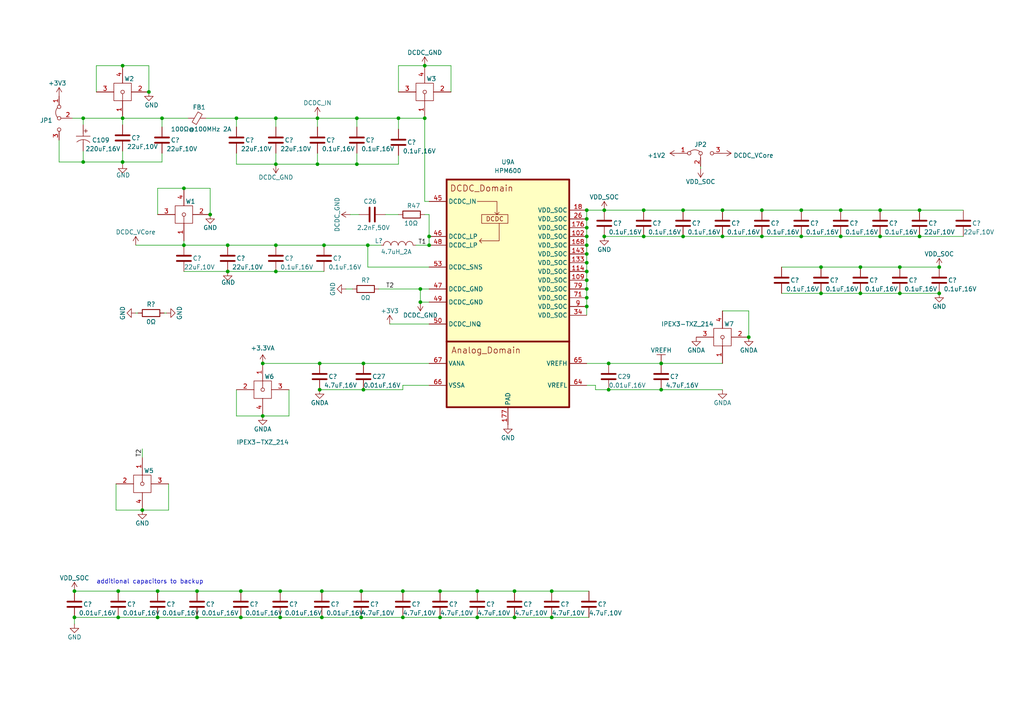
<source format=kicad_sch>
(kicad_sch (version 20230121) (generator eeschema)
  (paper "A4")
  (title_block (title "HPM6P00EVKRevB") (date "2024-10-13") (rev "RevB") (comment 1 "MCU_POWER"))
  (junction (at 53.34 71.12))
  (junction (at 92.71 113.03))
  (junction (at 170.18 73.66))
  (junction (at 170.18 66.04))
  (junction (at 103.505 34.29))
  (junction (at 45.72 179.07))
  (junction (at 69.85 171.45))
  (junction (at 35.56 19.05))
  (junction (at 170.18 71.12))
  (junction (at 170.18 86.36))
  (junction (at 170.18 76.2))
  (junction (at 115.57 34.29))
  (junction (at 266.7 60.96))
  (junction (at 170.18 83.82))
  (junction (at 209.55 60.96))
  (junction (at 191.77 113.03))
  (junction (at 243.84 60.96))
  (junction (at 41.275 147.955))
  (junction (at 80.01 71.12))
  (junction (at 92.075 34.29))
  (junction (at 43.18 26.67))
  (junction (at 160.02 171.45))
  (junction (at 24.13 46.99))
  (junction (at 123.19 19.05))
  (junction (at 170.18 88.9))
  (junction (at 93.345 171.45))
  (junction (at 53.34 54.61))
  (junction (at 35.56 34.29))
  (junction (at 238.125 85.09))
  (junction (at 76.2 120.65))
  (junction (at 92.075 47.625))
  (junction (at 127.635 171.45))
  (junction (at 81.28 171.45))
  (junction (at 191.77 105.41))
  (junction (at 249.555 85.09))
  (junction (at 198.12 60.96))
  (junction (at 149.225 171.45))
  (junction (at 170.18 63.5))
  (junction (at 243.84 68.58))
  (junction (at 217.17 97.79))
  (junction (at 35.56 46.99))
  (junction (at 21.59 179.07))
  (junction (at 124.46 68.58))
  (junction (at 76.2 105.41))
  (junction (at 105.41 113.03))
  (junction (at 170.18 78.74))
  (junction (at 220.98 60.96))
  (junction (at 127.635 179.07))
  (junction (at 272.415 85.09))
  (junction (at 175.26 68.58))
  (junction (at 121.92 83.82))
  (junction (at 93.345 179.07))
  (junction (at 34.29 171.45))
  (junction (at 176.53 105.41))
  (junction (at 272.415 77.47))
  (junction (at 57.15 171.45))
  (junction (at 106.68 71.12))
  (junction (at 116.84 171.45))
  (junction (at 80.01 34.29))
  (junction (at 68.58 34.29))
  (junction (at 160.02 179.07))
  (junction (at 124.46 71.12))
  (junction (at 232.41 68.58))
  (junction (at 266.7 68.58))
  (junction (at 220.98 68.58))
  (junction (at 149.225 179.07))
  (junction (at 123.19 34.29))
  (junction (at 57.15 179.07))
  (junction (at 170.18 68.58))
  (junction (at 34.29 179.07))
  (junction (at 175.26 60.96))
  (junction (at 170.18 60.96))
  (junction (at 170.18 81.28))
  (junction (at 198.12 68.58))
  (junction (at 93.98 71.12))
  (junction (at 249.555 77.47))
  (junction (at 176.53 113.03))
  (junction (at 186.69 60.96))
  (junction (at 104.775 179.07))
  (junction (at 116.84 179.07))
  (junction (at 238.125 77.47))
  (junction (at 105.41 105.41))
  (junction (at 138.43 179.07))
  (junction (at 45.72 171.45))
  (junction (at 66.04 71.12))
  (junction (at 255.27 68.58))
  (junction (at 24.13 34.29))
  (junction (at 209.55 68.58))
  (junction (at 80.01 47.625))
  (junction (at 121.92 87.63))
  (junction (at 60.96 62.23))
  (junction (at 232.41 60.96))
  (junction (at 138.43 171.45))
  (junction (at 260.985 85.09))
  (junction (at 46.99 34.29))
  (junction (at 260.985 77.47))
  (junction (at 103.505 47.625))
  (junction (at 21.59 171.45))
  (junction (at 186.69 68.58))
  (junction (at 69.85 179.07))
  (junction (at 255.27 60.96))
  (junction (at 104.775 171.45))
  (junction (at 80.01 78.74))
  (junction (at 92.71 105.41))
  (junction (at 81.28 179.07))
  (junction (at 66.04 78.74))
  (wire (pts (xy 266.7 68.58) (xy 279.4 68.58)))
  (wire (pts (xy 68.58 113.03) (xy 68.58 120.65)))
  (wire (pts (xy 170.18 71.12) (xy 170.18 73.66)))
  (wire (pts (xy 226.695 85.09) (xy 238.125 85.09)))
  (wire (pts (xy 266.7 60.96) (xy 279.4 60.96)))
  (wire (pts (xy 93.345 179.07) (xy 104.775 179.07)))
  (wire (pts (xy 68.58 34.29) (xy 80.01 34.29)))
  (wire (pts (xy 45.72 171.45) (xy 57.15 171.45)))
  (wire (pts (xy 92.075 33.655) (xy 92.075 34.29)))
  (wire (pts (xy 100.33 83.82) (xy 102.235 83.82)))
  (wire (pts (xy 76.2 105.41) (xy 92.71 105.41)))
  (wire (pts (xy 115.57 37.465) (xy 115.57 34.29)))
  (wire (pts (xy 45.72 62.23) (xy 45.72 54.61)))
  (wire (pts (xy 104.775 171.45) (xy 116.84 171.45)))
  (wire (pts (xy 17.145 46.99) (xy 24.13 46.99)))
  (wire (pts (xy 170.18 78.74) (xy 170.18 81.28)))
  (wire (pts (xy 27.94 26.67) (xy 27.94 19.05)))
  (wire (pts (xy 103.505 34.29) (xy 115.57 34.29)))
  (wire (pts (xy 106.68 77.47) (xy 106.68 71.12)))
  (wire (pts (xy 172.72 111.76) (xy 172.72 113.03)))
  (wire (pts (xy 186.69 60.96) (xy 175.26 60.96)))
  (wire (pts (xy 115.57 34.29) (xy 123.19 34.29)))
  (wire (pts (xy 34.29 179.07) (xy 45.72 179.07)))
  (wire (pts (xy 35.56 43.815) (xy 35.56 46.99)))
  (wire (pts (xy 80.01 34.29) (xy 92.075 34.29)))
  (wire (pts (xy 243.84 68.58) (xy 255.27 68.58)))
  (wire (pts (xy 127.635 171.45) (xy 138.43 171.45)))
  (wire (pts (xy 226.695 77.47) (xy 238.125 77.47)))
  (wire (pts (xy 81.28 179.07) (xy 93.345 179.07)))
  (wire (pts (xy 92.71 105.41) (xy 105.41 105.41)))
  (wire (pts (xy 255.27 60.96) (xy 266.7 60.96)))
  (wire (pts (xy 232.41 68.58) (xy 243.84 68.58)))
  (wire (pts (xy 41.275 132.715) (xy 41.275 130.175)))
  (wire (pts (xy 68.58 47.625) (xy 80.01 47.625)))
  (wire (pts (xy 170.18 81.28) (xy 170.18 83.82)))
  (wire (pts (xy 53.34 71.12) (xy 66.04 71.12)))
  (wire (pts (xy 170.18 76.2) (xy 170.18 78.74)))
  (wire (pts (xy 83.82 113.03) (xy 83.82 120.65)))
  (wire (pts (xy 186.69 68.58) (xy 175.26 68.58)))
  (wire (pts (xy 69.85 171.45) (xy 81.28 171.45)))
  (wire (pts (xy 93.98 71.12) (xy 106.68 71.12)))
  (wire (pts (xy 138.43 171.45) (xy 149.225 171.45)))
  (wire (pts (xy 68.58 120.65) (xy 76.2 120.65)))
  (wire (pts (xy 57.15 171.45) (xy 69.85 171.45)))
  (wire (pts (xy 170.18 60.96) (xy 170.18 63.5)))
  (wire (pts (xy 66.04 78.74) (xy 80.01 78.74)))
  (wire (pts (xy 39.37 90.805) (xy 40.005 90.805)))
  (wire (pts (xy 48.895 140.335) (xy 48.895 147.955)))
  (wire (pts (xy 34.29 171.45) (xy 45.72 171.45)))
  (wire (pts (xy 60.96 54.61) (xy 60.96 62.23)))
  (wire (pts (xy 53.34 69.85) (xy 53.34 71.12)))
  (wire (pts (xy 45.72 54.61) (xy 53.34 54.61)))
  (wire (pts (xy 238.125 77.47) (xy 249.555 77.47)))
  (wire (pts (xy 46.99 36.83) (xy 46.99 34.29)))
  (wire (pts (xy 101.6 62.23) (xy 104.14 62.23)))
  (wire (pts (xy 35.56 34.29) (xy 46.99 34.29)))
  (wire (pts (xy 209.55 90.17) (xy 217.17 90.17)))
  (wire (pts (xy 115.57 45.085) (xy 115.57 47.625)))
  (wire (pts (xy 124.46 77.47) (xy 106.68 77.47)))
  (wire (pts (xy 160.02 171.45) (xy 170.815 171.45)))
  (wire (pts (xy 80.01 78.74) (xy 93.98 78.74)))
  (wire (pts (xy 53.34 54.61) (xy 60.96 54.61)))
  (wire (pts (xy 115.57 26.67) (xy 115.57 19.05)))
  (wire (pts (xy 124.46 111.76) (xy 116.84 111.76)))
  (wire (pts (xy 53.34 78.74) (xy 66.04 78.74)))
  (wire (pts (xy 123.19 62.23) (xy 124.46 62.23)))
  (wire (pts (xy 20.955 34.29) (xy 24.13 34.29)))
  (wire (pts (xy 130.81 19.05) (xy 130.81 26.67)))
  (wire (pts (xy 123.19 58.42) (xy 124.46 58.42)))
  (wire (pts (xy 116.84 179.07) (xy 127.635 179.07)))
  (wire (pts (xy 57.15 179.07) (xy 69.85 179.07)))
  (wire (pts (xy 149.225 179.07) (xy 160.02 179.07)))
  (wire (pts (xy 170.18 68.58) (xy 170.18 71.12)))
  (wire (pts (xy 198.12 60.96) (xy 209.55 60.96)))
  (wire (pts (xy 43.18 19.05) (xy 43.18 26.67)))
  (wire (pts (xy 46.99 44.45) (xy 46.99 46.99)))
  (wire (pts (xy 105.41 113.03) (xy 116.84 113.03)))
  (wire (pts (xy 203.2 48.895) (xy 203.2 48.26)))
  (wire (pts (xy 209.55 60.96) (xy 220.98 60.96)))
  (wire (pts (xy 170.18 63.5) (xy 170.18 66.04)))
  (wire (pts (xy 115.57 19.05) (xy 123.19 19.05)))
  (wire (pts (xy 105.41 105.41) (xy 124.46 105.41)))
  (wire (pts (xy 209.55 68.58) (xy 220.98 68.58)))
  (wire (pts (xy 113.03 93.98) (xy 124.46 93.98)))
  (wire (pts (xy 249.555 77.47) (xy 260.985 77.47)))
  (wire (pts (xy 111.76 62.23) (xy 115.57 62.23)))
  (wire (pts (xy 198.12 68.58) (xy 209.55 68.58)))
  (wire (pts (xy 260.985 85.09) (xy 272.415 85.09)))
  (wire (pts (xy 92.075 44.45) (xy 92.075 47.625)))
  (wire (pts (xy 68.58 36.83) (xy 68.58 34.29)))
  (wire (pts (xy 170.18 66.04) (xy 170.18 68.58)))
  (wire (pts (xy 249.555 85.09) (xy 260.985 85.09)))
  (wire (pts (xy 116.84 111.76) (xy 116.84 113.03)))
  (wire (pts (xy 138.43 179.07) (xy 149.225 179.07)))
  (wire (pts (xy 220.98 60.96) (xy 232.41 60.96)))
  (wire (pts (xy 127.635 179.07) (xy 138.43 179.07)))
  (wire (pts (xy 121.92 87.63) (xy 124.46 87.63)))
  (wire (pts (xy 121.92 83.82) (xy 124.46 83.82)))
  (wire (pts (xy 21.59 179.07) (xy 34.29 179.07)))
  (wire (pts (xy 21.59 180.975) (xy 21.59 179.07)))
  (wire (pts (xy 124.46 68.58) (xy 124.46 71.12)))
  (wire (pts (xy 48.895 147.955) (xy 41.275 147.955)))
  (wire (pts (xy 35.56 19.05) (xy 43.18 19.05)))
  (wire (pts (xy 103.505 47.625) (xy 103.505 44.45)))
  (wire (pts (xy 149.225 171.45) (xy 160.02 171.45)))
  (wire (pts (xy 80.01 44.45) (xy 80.01 47.625)))
  (wire (pts (xy 39.37 71.12) (xy 53.34 71.12)))
  (wire (pts (xy 104.775 179.07) (xy 116.84 179.07)))
  (wire (pts (xy 170.18 111.76) (xy 172.72 111.76)))
  (wire (pts (xy 103.505 36.83) (xy 103.505 34.29)))
  (wire (pts (xy 124.46 62.23) (xy 124.46 68.58)))
  (wire (pts (xy 80.01 47.625) (xy 92.075 47.625)))
  (wire (pts (xy 92.075 36.83) (xy 92.075 34.29)))
  (wire (pts (xy 24.13 34.29) (xy 24.13 36.195)))
  (wire (pts (xy 46.99 34.29) (xy 54.61 34.29)))
  (wire (pts (xy 21.59 171.45) (xy 34.29 171.45)))
  (wire (pts (xy 35.56 47.625) (xy 35.56 46.99)))
  (wire (pts (xy 33.655 147.955) (xy 41.275 147.955)))
  (wire (pts (xy 93.345 171.45) (xy 104.775 171.45)))
  (wire (pts (xy 170.18 88.9) (xy 170.18 91.44)))
  (wire (pts (xy 116.84 171.45) (xy 127.635 171.45)))
  (wire (pts (xy 27.94 19.05) (xy 35.56 19.05)))
  (wire (pts (xy 80.01 71.12) (xy 93.98 71.12)))
  (wire (pts (xy 191.77 113.03) (xy 209.55 113.03)))
  (wire (pts (xy 80.01 36.83) (xy 80.01 34.29)))
  (wire (pts (xy 123.19 34.29) (xy 123.19 58.42)))
  (wire (pts (xy 68.58 47.625) (xy 68.58 44.45)))
  (wire (pts (xy 160.02 179.07) (xy 170.815 179.07)))
  (wire (pts (xy 45.72 179.07) (xy 57.15 179.07)))
  (wire (pts (xy 17.145 40.64) (xy 17.145 46.99)))
  (wire (pts (xy 176.53 113.03) (xy 191.77 113.03)))
  (wire (pts (xy 83.82 120.65) (xy 76.2 120.65)))
  (wire (pts (xy 33.655 140.335) (xy 33.655 147.955)))
  (wire (pts (xy 120.65 71.12) (xy 124.46 71.12)))
  (wire (pts (xy 238.125 85.09) (xy 249.555 85.09)))
  (wire (pts (xy 121.92 83.82) (xy 121.92 87.63)))
  (wire (pts (xy 24.13 34.29) (xy 35.56 34.29)))
  (wire (pts (xy 106.68 71.12) (xy 110.49 71.12)))
  (wire (pts (xy 35.56 34.29) (xy 35.56 36.195)))
  (wire (pts (xy 255.27 68.58) (xy 266.7 68.58)))
  (wire (pts (xy 176.53 105.41) (xy 191.77 105.41)))
  (wire (pts (xy 243.84 60.96) (xy 255.27 60.96)))
  (wire (pts (xy 81.28 171.45) (xy 93.345 171.45)))
  (wire (pts (xy 191.77 105.41) (xy 209.55 105.41)))
  (wire (pts (xy 170.18 73.66) (xy 170.18 76.2)))
  (wire (pts (xy 92.075 34.29) (xy 103.505 34.29)))
  (wire (pts (xy 170.18 83.82) (xy 170.18 86.36)))
  (wire (pts (xy 35.56 46.99) (xy 46.99 46.99)))
  (wire (pts (xy 109.855 83.82) (xy 121.92 83.82)))
  (wire (pts (xy 170.18 105.41) (xy 176.53 105.41)))
  (wire (pts (xy 170.18 60.96) (xy 175.26 60.96)))
  (wire (pts (xy 186.69 68.58) (xy 198.12 68.58)))
  (wire (pts (xy 123.19 19.05) (xy 130.81 19.05)))
  (wire (pts (xy 170.18 86.36) (xy 170.18 88.9)))
  (wire (pts (xy 232.41 60.96) (xy 243.84 60.96)))
  (wire (pts (xy 172.72 113.03) (xy 176.53 113.03)))
  (wire (pts (xy 220.98 68.58) (xy 232.41 68.58)))
  (wire (pts (xy 92.075 47.625) (xy 103.505 47.625)))
  (wire (pts (xy 217.17 90.17) (xy 217.17 97.79)))
  (wire (pts (xy 24.13 43.815) (xy 24.13 46.99)))
  (wire (pts (xy 66.04 71.12) (xy 80.01 71.12)))
  (wire (pts (xy 260.985 77.47) (xy 272.415 77.47)))
  (wire (pts (xy 59.69 34.29) (xy 68.58 34.29)))
  (wire (pts (xy 48.26 90.805) (xy 47.625 90.805)))
  (wire (pts (xy 186.69 60.96) (xy 198.12 60.96)))
  (wire (pts (xy 103.505 47.625) (xy 115.57 47.625)))
  (wire (pts (xy 92.71 113.03) (xy 105.41 113.03)))
  (wire (pts (xy 69.85 179.07) (xy 81.28 179.07)))
  (wire (pts (xy 24.13 46.99) (xy 35.56 46.99)))
  (text "additional capacitors to backup" (at 27.94 169.545 0) (effects (font (size 1.27 1.27)) (justify left bottom)))
  (label "T2" (at 114.3 83.82 180))
  (label "T2" (at 41.275 130.175 270))
  (label "T1" (at 121.285 71.12 0))
  (symbol (lib_id "03_HPM_Capacitance:0.1uF,16V_0402") (at 45.72 175.26 0) (unit 1)
    (property "Reference" "C?" (at 48.26 175.26 0) (effects (justify left)))
    (property "Value" "0.01uF,16V" (at 46.99 177.8 0) (effects (justify left)))
    (property "Footprint" "03_HPM_Capacitance:C_0402_1005Metric" (effects hide))
    (property "Model" "CL05B104KO5NNNC" (effects hide))
    (property "Company" "SAMSUNG(三星)" (effects hide))
    (instances (project "HPM5300-POWER" (path "" (reference "C?") (unit 1))) (project "HPM6E00 SKT Board BGA289_BDIF REVA" (path "" (reference "C?") (unit 1))) (project "HPM600ADCEVKRevB" (path "" (reference "C123") (unit 1))) (project "HPM5300 SKT Board LQFP100 REVA" (path "" (reference "C?") (unit 1))))
  )
  (symbol (lib_id "01-HPM-Peripheral:Jumper_3_Bridged12") (at 17.145 34.29 90) (mirror x) (unit 1)
    (property "Reference" "JP1" (at 15.24 34.925 90) (effects (justify left)))
    (property "Value" "Jumper_3_Bridged12" (effects hide))
    (property "Footprint" "05_HPM_Connector_PinHeader:PinHeader_1x03_P2.54mm_Vertical" (effects hide))
  )
  (symbol (lib_id "03_HPM_Capacitance:0.1uF,16V_0402") (at 238.125 81.28 0) (unit 1)
    (property "Reference" "C?" (at 240.665 81.28 0) (effects (justify left)))
    (property "Value" "0.1uF,16V" (at 239.395 83.82 0) (effects (justify left)))
    (property "Footprint" "03_HPM_Capacitance:C_0402_1005Metric" (effects hide))
    (property "Model" "CL05B104KO5NNNC" (effects hide))
    (property "Company" "SAMSUNG(三星)" (effects hide))
    (instances (project "HPM5300-POWER" (path "" (reference "C?") (unit 1))) (project "HPM6E00 SKT Board BGA289_BDIF REVA" (path "" (reference "C?") (unit 1))) (project "HPM600ADCEVKRevB" (path "" (reference "C137") (unit 1))) (project "HPM5300 SKT Board LQFP100 REVA" (path "" (reference "C?") (unit 1))))
  )
  (symbol (lib_id "03_HPM_Capacitance:0.1uF,16V_0402") (at 209.55 64.77 0) (unit 1)
    (property "Reference" "C?" (at 212.09 64.77 0) (effects (justify left)))
    (property "Value" "0.1uF,16V" (at 210.82 67.31 0) (effects (justify left)))
    (property "Footprint" "03_HPM_Capacitance:C_0402_1005Metric" (effects hide))
    (property "Model" "CL05B104KO5NNNC" (effects hide))
    (property "Company" "SAMSUNG(三星)" (effects hide))
    (instances (project "HPM5300-POWER" (path "" (reference "C?") (unit 1))) (project "HPM6E00 SKT Board BGA289_BDIF REVA" (path "" (reference "C?") (unit 1))) (project "HPM600ADCEVKRevB" (path "" (reference "C35") (unit 1))) (project "HPM5300 SKT Board LQFP100 REVA" (path "" (reference "C?") (unit 1))))
  )
  (symbol (lib_id "01-HPM-Peripheral:Jumper_3_Bridged12") (at 203.2 44.45 0) (unit 1)
    (property "Reference" "JP2" (at 203.2 41.91 0))
    (property "Value" "Jumper_3_Bridged12" (effects hide))
    (property "Footprint" "05_HPM_Connector_PinHeader:PinHeader_1x03_P2.54mm_Vertical" (effects hide))
  )
  (symbol (lib_id "00_HPM_power:GNDA") (at 201.93 97.79 0) (unit 1)
    (property "Reference" "#PWR?" (effects hide))
    (property "Value" "GNDA" (at 201.93 101.6 0))
    (instances (project "HPM5300-POWER" (path "" (reference "#PWR?") (unit 1))) (project "HPM6E00 SKT Board BGA289_BDIF REVA" (path "" (reference "#PWR?") (unit 1))) (project "HPM600ADCEVKRevB" (path "" (reference "#PWR068") (unit 1))) (project "HPM5300 SKT Board LQFP100 REVA" (path "" (reference "#PWR?") (unit 1))))
  )
  (symbol (lib_id "03_HPM_Capacitance:0.1uF,16V_0402") (at 21.59 175.26 0) (unit 1)
    (property "Reference" "C?" (at 24.13 175.26 0) (effects (justify left)))
    (property "Value" "0.01uF,16V" (at 22.86 177.8 0) (effects (justify left)))
    (property "Footprint" "03_HPM_Capacitance:C_0402_1005Metric" (effects hide))
    (property "Model" "CL05B104KO5NNNC" (effects hide))
    (property "Company" "SAMSUNG(三星)" (effects hide))
    (instances (project "HPM5300-POWER" (path "" (reference "C?") (unit 1))) (project "HPM6E00 SKT Board BGA289_BDIF REVA" (path "" (reference "C?") (unit 1))) (project "HPM600ADCEVKRevB" (path "" (reference "C93") (unit 1))) (project "HPM5300 SKT Board LQFP100 REVA" (path "" (reference "C?") (unit 1))))
  )
  (symbol (lib_id "03_HPM_Capacitance:22uF,10V_0603") (at 68.58 40.64 0) (unit 1)
    (property "Reference" "C?" (at 71.12 40.64 0) (effects (justify left)))
    (property "Value" "22uF,10V" (at 69.85 43.18 0) (effects (justify left)))
    (property "Footprint" "03_HPM_Capacitance:C_0805_2012Metric" (effects hide))
    (property "Model" " CL10A226MP8NUNE" (effects hide))
    (property "Company" " SAMSUNG(三星)" (effects hide))
    (instances (project "HPM6E00 SKT Board BGA289_BDIF REVA" (path "" (reference "C?") (unit 1))) (project "HPM600ADCEVKRevB" (path "" (reference "C19") (unit 1))))
  )
  (symbol (lib_id "power:GND") (at 48.26 90.805 90) (unit 1)
    (property "Reference" "#PWR?" (effects hide))
    (property "Value" "GND" (at 52.07 92.837 0) (effects (justify left)))
    (instances (project "HPM5300-POWER" (path "" (reference "#PWR?") (unit 1))) (project "HPM6E00 SKT Board BGA289_BDIF REVA" (path "" (reference "#PWR?") (unit 1))) (project "HPM600ADCEVKRevB" (path "" (reference "#PWR0114") (unit 1))) (project "HPM5300 SKT Board LQFP100 REVA" (path "" (reference "#PWR?") (unit 1))))
  )
  (symbol (lib_id "03_HPM_Capacitance:10nF,16V_0402") (at 105.41 109.22 0) (unit 1)
    (property "Reference" "C27" (at 107.95 109.22 0) (effects (justify left)))
    (property "Value" "0.01uF,16V" (at 105.41 111.76 0) (effects (justify left)))
    (property "Footprint" "03_HPM_Capacitance:C_0402_1005Metric" (effects hide))
    (property "Model" " CC0402KRX7R7BB103" (effects hide))
    (property "Company" " YAGEO(国巨) " (effects hide))
  )
  (symbol (lib_id "03_HPM_Capacitance:0.1uF,16V_0402") (at 34.29 175.26 0) (unit 1)
    (property "Reference" "C?" (at 36.83 175.26 0) (effects (justify left)))
    (property "Value" "0.01uF,16V" (at 35.56 177.8 0) (effects (justify left)))
    (property "Footprint" "03_HPM_Capacitance:C_0402_1005Metric" (effects hide))
    (property "Model" "CL05B104KO5NNNC" (effects hide))
    (property "Company" "SAMSUNG(三星)" (effects hide))
    (instances (project "HPM5300-POWER" (path "" (reference "C?") (unit 1))) (project "HPM6E00 SKT Board BGA289_BDIF REVA" (path "" (reference "C?") (unit 1))) (project "HPM600ADCEVKRevB" (path "" (reference "C95") (unit 1))) (project "HPM5300 SKT Board LQFP100 REVA" (path "" (reference "C?") (unit 1))))
  )
  (symbol (lib_id "03_HPM_Capacitance:电解电容_220uF,16V") (at 24.13 40.005 270) (unit 1)
    (property "Reference" "C109" (at 26.67 40.64 90) (effects (justify left)))
    (property "Value" "220uF,16V" (at 24.765 43.18 90) (effects (justify left)))
    (property "Footprint" "03_HPM_Capacitance:CAP-SMD_BD6.3-L6.6-W6.6-LS7.2-R-RD" (effects hide))
    (property "Model" "RVE1C221M0607" (effects hide))
    (property "Company" "ROQANG(容强)" (effects hide))
    (instances (project "HPM600ADCEVKRevB" (path "" (reference "C109") (unit 1)) (path "" (reference "C16") (unit 1))))
  )
  (symbol (lib_id "00_HPM_power:DCDC_GND") (at 121.92 87.63 180) (unit 1)
    (property "Reference" "#PWR014" (effects hide))
    (property "Value" "DCDC_GND" (at 121.92 91.44 0))
  )
  (symbol (lib_id "03_HPM_Capacitance:0.1uF,16V_0402") (at 175.26 64.77 0) (unit 1)
    (property "Reference" "C?" (at 177.8 64.77 0) (effects (justify left)))
    (property "Value" "0.1uF,16V" (at 176.53 67.31 0) (effects (justify left)))
    (property "Footprint" "03_HPM_Capacitance:C_0402_1005Metric" (effects hide))
    (property "Model" "CL05B104KO5NNNC" (effects hide))
    (property "Company" "SAMSUNG(三星)" (effects hide))
    (instances (project "HPM5300-POWER" (path "" (reference "C?") (unit 1))) (project "HPM6E00 SKT Board BGA289_BDIF REVA" (path "" (reference "C?") (unit 1))) (project "HPM600ADCEVKRevB" (path "" (reference "C31") (unit 1))) (project "HPM5300 SKT Board LQFP100 REVA" (path "" (reference "C?") (unit 1))))
  )
  (symbol (lib_id "00_HPM_power:DCDC_GND") (at 101.6 62.23 90) (unit 1)
    (property "Reference" "#PWR010" (effects hide))
    (property "Value" "DCDC_GND" (at 97.79 62.23 0))
  )
  (symbol (lib_id "00_HPM_power:GND") (at 21.59 180.975 0) (unit 1)
    (property "Reference" "#PWR?" (effects hide))
    (property "Value" "GND" (at 19.558 184.785 0) (effects (justify left)))
    (instances (project "HPM5300-POWER" (path "" (reference "#PWR?") (unit 1))) (project "HPM6E00 SKT Board BGA289_BDIF REVA" (path "" (reference "#PWR?") (unit 1))) (project "HPM600ADCEVKRevB" (path "" (reference "#PWR012") (unit 1))) (project "HPM5300 SKT Board LQFP100 REVA" (path "" (reference "#PWR?") (unit 1))))
  )
  (symbol (lib_id "03_HPM_Capacitance:0.1uF,16V_0402") (at 249.555 81.28 0) (unit 1)
    (property "Reference" "C?" (at 252.095 81.28 0) (effects (justify left)))
    (property "Value" "0.1uF,16V" (at 250.825 83.82 0) (effects (justify left)))
    (property "Footprint" "03_HPM_Capacitance:C_0402_1005Metric" (effects hide))
    (property "Model" "CL05B104KO5NNNC" (effects hide))
    (property "Company" "SAMSUNG(三星)" (effects hide))
    (instances (project "HPM5300-POWER" (path "" (reference "C?") (unit 1))) (project "HPM6E00 SKT Board BGA289_BDIF REVA" (path "" (reference "C?") (unit 1))) (project "HPM600ADCEVKRevB" (path "" (reference "C55") (unit 1))) (project "HPM5300 SKT Board LQFP100 REVA" (path "" (reference "C?") (unit 1))))
  )
  (symbol (lib_id "03_HPM_Capacitance:0.1uF,16V_0402") (at 80.01 74.93 0) (unit 1)
    (property "Reference" "C?" (at 82.55 74.93 0) (effects (justify left)))
    (property "Value" "0.1uF,16V" (at 81.28 77.47 0) (effects (justify left)))
    (property "Footprint" "03_HPM_Capacitance:C_0402_1005Metric" (effects hide))
    (property "Model" "CL05B104KO5NNNC" (effects hide))
    (property "Company" "SAMSUNG(三星)" (effects hide))
    (instances (project "HPM6E00 SKT Board BGA289_BDIF REVA" (path "" (reference "C?") (unit 1))) (project "HPM600ADCEVKRevB" (path "" (reference "C61") (unit 1))))
  )
  (symbol (lib_id "03_HPM_Capacitance:22uF,10V_0603") (at 170.815 175.26 0) (unit 1)
    (property "Reference" "C?" (at 173.355 175.26 0) (effects (justify left)))
    (property "Value" "4.7uF,10V" (at 170.815 177.8 0) (effects (justify left)))
    (property "Footprint" "03_HPM_Capacitance:C_0603_1608Metric" (effects hide))
    (property "Model" " CL10A226MP8NUNE" (effects hide))
    (property "Company" " SAMSUNG(三星)" (effects hide))
    (instances (project "HPM6E00 SKT Board BGA289_BDIF REVA" (path "" (reference "C?") (unit 1))) (project "HPM600ADCEVKRevB" (path "" (reference "C142") (unit 1))))
  )
  (symbol (lib_id "00_HPM_power:DCDC_VCore") (at 209.55 44.45 270) (unit 1) (in_bom no) (on_board no)
    (property "Reference" "#PWR020" (effects hide))
    (property "Value" "DCDC_VCore" (at 212.725 45.085 90) (effects (justify left)))
  )
  (symbol (lib_id "00_HPM_power:GND") (at 66.04 78.74 0) (unit 1)
    (property "Reference" "#PWR?" (effects hide))
    (property "Value" "GND" (at 64.135 81.915 0) (effects (justify left)))
    (instances (project "HPM5300-POWER" (path "" (reference "#PWR?") (unit 1))) (project "HPM6E00 SKT Board BGA289_BDIF REVA" (path "" (reference "#PWR?") (unit 1))) (project "HPM600ADCEVKRevB" (path "" (reference "#PWR07") (unit 1))) (project "HPM5300 SKT Board LQFP100 REVA" (path "" (reference "#PWR?") (unit 1))))
  )
  (symbol (lib_id "00_HPM_power:GND") (at 35.56 47.625 0) (unit 1)
    (property "Reference" "#PWR?" (effects hide))
    (property "Value" "GND" (at 33.655 50.8 0) (effects (justify left)))
    (instances (project "HPM5300-POWER" (path "" (reference "#PWR?") (unit 1))) (project "HPM6E00 SKT Board BGA289_BDIF REVA" (path "" (reference "#PWR?") (unit 1))) (project "HPM600ADCEVKRevB" (path "" (reference "#PWR02") (unit 1))) (project "HPM5300 SKT Board LQFP100 REVA" (path "" (reference "#PWR?") (unit 1))))
  )
  (symbol (lib_id "02_HPM_Resistor:0Ω_0805") (at 43.815 90.805 0) (unit 1)
    (property "Reference" "R?" (at 43.815 88.265 0))
    (property "Value" "0Ω" (at 43.815 93.345 0))
    (property "Footprint" "02_HPM_Resistor:R_0805_2012Metric" (effects hide))
    (property "Model" "RS-05000JT" (effects hide))
    (property "Company" "FH(风华)" (effects hide))
    (instances (project "HPM6E00 SKT Board BGA289_BDIF REVA" (path "" (reference "R?") (unit 1))) (project "HPM600ADCEVKRevB" (path "" (reference "R46") (unit 1))))
  )
  (symbol (lib_id "00_HPM_power:DCDC_GND") (at 80.01 47.625 180) (unit 1)
    (property "Reference" "#PWR06" (effects hide))
    (property "Value" "DCDC_GND" (at 80.01 51.435 0))
  )
  (symbol (lib_id "00_HPM_power:GND") (at 100.33 83.82 270) (unit 1)
    (property "Reference" "#PWR?" (effects hide))
    (property "Value" "GND" (at 96.52 81.788 0) (effects (justify left)))
    (instances (project "HPM5300-POWER" (path "" (reference "#PWR?") (unit 1))) (project "HPM6E00 SKT Board BGA289_BDIF REVA" (path "" (reference "#PWR?") (unit 1))) (project "HPM600ADCEVKRevB" (path "" (reference "#PWR011") (unit 1))) (project "HPM5300 SKT Board LQFP100 REVA" (path "" (reference "#PWR?") (unit 1))))
  )
  (symbol (lib_id "03_HPM_Capacitance:22uF,10V_0603") (at 53.34 74.93 0) (unit 1)
    (property "Reference" "C?" (at 55.88 74.93 0) (effects (justify left)))
    (property "Value" "22uF,10V" (at 53.34 77.47 0) (effects (justify left)))
    (property "Footprint" "03_HPM_Capacitance:C_0805_2012Metric" (effects hide))
    (property "Model" " CL10A226MP8NUNE" (effects hide))
    (property "Company" " SAMSUNG(三星)" (effects hide))
    (instances (project "HPM6E00 SKT Board BGA289_BDIF REVA" (path "" (reference "C?") (unit 1))) (project "HPM600ADCEVKRevB" (path "" (reference "C18") (unit 1))))
  )
  (symbol (lib_id "07_HPM_Inductance:4.7uH_2A") (at 115.57 71.12 0) (unit 1)
    (property "Reference" "L?" (at 109.855 69.85 0))
    (property "Value" "4.7uH_2A" (at 114.935 73.025 0))
    (property "Footprint" "07_HPM_Inductance:L_1210_3225Metric" (effects hide))
    (property "Model" "DFE322520FD-4R7M=P2" (effects hide))
    (property "Company" "muRata(村田)" (effects hide))
    (instances (project "HPM5300-POWER" (path "" (reference "L?") (unit 1))) (project "HPM6E00 SKT Board BGA289_BDIF REVA" (path "" (reference "L?") (unit 1))) (project "HPM600ADCEVKRevB" (path "" (reference "L4") (unit 1))) (project "HPM5300 SKT Board LQFP100 REVA" (path "" (reference "L?") (unit 1))))
  )
  (symbol (lib_id "03_HPM_Capacitance:0.1uF,16V_0402") (at 220.98 64.77 0) (unit 1)
    (property "Reference" "C?" (at 223.52 64.77 0) (effects (justify left)))
    (property "Value" "0.1uF,16V" (at 222.25 67.31 0) (effects (justify left)))
    (property "Footprint" "03_HPM_Capacitance:C_0402_1005Metric" (effects hide))
    (property "Model" "CL05B104KO5NNNC" (effects hide))
    (property "Company" "SAMSUNG(三星)" (effects hide))
    (instances (project "HPM5300-POWER" (path "" (reference "C?") (unit 1))) (project "HPM6E00 SKT Board BGA289_BDIF REVA" (path "" (reference "C?") (unit 1))) (project "HPM600ADCEVKRevB" (path "" (reference "C37") (unit 1))) (project "HPM5300 SKT Board LQFP100 REVA" (path "" (reference "C?") (unit 1))))
  )
  (symbol (lib_id "03_HPM_Capacitance:10nF,16V_0402") (at 176.53 109.22 0) (unit 1)
    (property "Reference" "C29" (at 179.07 109.22 0) (effects (justify left)))
    (property "Value" "0.01uF,16V" (at 176.53 111.76 0) (effects (justify left)))
    (property "Footprint" "03_HPM_Capacitance:C_0402_1005Metric" (effects hide))
    (property "Model" " CC0402KRX7R7BB103" (effects hide))
    (property "Company" " YAGEO(国巨) " (effects hide))
  )
  (symbol (lib_id "03_HPM_Capacitance:22uF,10V_0603") (at 279.4 64.77 0) (unit 1)
    (property "Reference" "C?" (at 281.94 64.77 0) (effects (justify left)))
    (property "Value" "22uF,10V" (at 279.4 67.31 0) (effects (justify left)))
    (property "Footprint" "03_HPM_Capacitance:C_0603_1608Metric" (effects hide))
    (property "Model" " CL10A226MP8NUNE" (effects hide))
    (property "Company" " SAMSUNG(三星)" (effects hide))
    (instances (project "HPM6E00 SKT Board BGA289_BDIF REVA" (path "" (reference "C?") (unit 1))) (project "HPM600ADCEVKRevB" (path "" (reference "C39") (unit 1))))
  )
  (symbol (lib_id "98_POWER:VDD_SOC") (at 272.415 77.47 0) (unit 1)
    (property "Reference" "#VDD_SOC_PWR?" (effects hide))
    (property "Value" "VDD_SOC" (at 272.415 73.66 0))
    (instances (project "HPM5300-POWER" (path "" (reference "#VDD_SOC_PWR?") (unit 1))) (project "HPM6E00 SKT Board BGA289_BDIF REVA" (path "" (reference "#VDD_SOC_PWR?") (unit 1))) (project "HPM600ADCEVKRevB" (path "" (reference "#VDD_SOC_PWR03") (unit 1))) (project "HPM5300 SKT Board LQFP100 REVA" (path "" (reference "#VDD_SOC_PWR?") (unit 1))))
  )
  (symbol (lib_id "03_HPM_Capacitance:0.1uF,16V_0402") (at 226.695 81.28 0) (unit 1)
    (property "Reference" "C?" (at 229.235 81.28 0) (effects (justify left)))
    (property "Value" "0.1uF,16V" (at 227.965 83.82 0) (effects (justify left)))
    (property "Footprint" "03_HPM_Capacitance:C_0402_1005Metric" (effects hide))
    (property "Model" "CL05B104KO5NNNC" (effects hide))
    (property "Company" "SAMSUNG(三星)" (effects hide))
    (instances (project "HPM5300-POWER" (path "" (reference "C?") (unit 1))) (project "HPM6E00 SKT Board BGA289_BDIF REVA" (path "" (reference "C?") (unit 1))) (project "HPM600ADCEVKRevB" (path "" (reference "C139") (unit 1))) (project "HPM5300 SKT Board LQFP100 REVA" (path "" (reference "C?") (unit 1))))
  )
  (symbol (lib_id "01-HPM-Peripheral:IPEX3-TXZ_214") (at 41.275 140.335 90) (unit 1)
    (property "Reference" "W5" (at 43.18 136.525 90))
    (property "Value" "IPEX3-TXZ_214" (effects hide))
    (property "Footprint" "01_HPM_Peripheral:RF-SMD_IPEX3-TXZ-214" (effects hide))
    (property "Model" "IPEX3-TXZ_214" (effects hide))
    (property "Company" " SHOU HAN(首韩)" (effects hide))
    (property "SuppliersPartNumber" "C18222211" (effects hide))
    (property "uuid" "std:3c13f2d8b71f4dfdb888abfcda15d851" (effects hide))
  )
  (symbol (lib_id "03_HPM_Capacitance:22uF,10V_0603") (at 80.01 40.64 0) (unit 1)
    (property "Reference" "C?" (at 82.55 40.64 0) (effects (justify left)))
    (property "Value" "22uF,10V" (at 81.28 43.18 0) (effects (justify left)))
    (property "Footprint" "03_HPM_Capacitance:C_0805_2012Metric" (effects hide))
    (property "Model" " CL10A226MP8NUNE" (effects hide))
    (property "Company" " SAMSUNG(三星)" (effects hide))
    (instances (project "HPM6E00 SKT Board BGA289_BDIF REVA" (path "" (reference "C?") (unit 1))) (project "HPM600ADCEVKRevB" (path "" (reference "C20") (unit 1))))
  )
  (symbol (lib_id "98_POWER:VDD_SOC") (at 203.2 48.895 180) (unit 1)
    (property "Reference" "#VDD_SOC_PWR?" (effects hide))
    (property "Value" "VDD_SOC" (at 203.2 52.705 0))
    (instances (project "HPM5300-POWER" (path "" (reference "#VDD_SOC_PWR?") (unit 1))) (project "HPM6E00 SKT Board BGA289_BDIF REVA" (path "" (reference "#VDD_SOC_PWR?") (unit 1))) (project "HPM600ADCEVKRevB" (path "" (reference "#VDD_SOC_PWR02") (unit 1))) (project "HPM5300 SKT Board LQFP100 REVA" (path "" (reference "#VDD_SOC_PWR?") (unit 1))))
  )
  (symbol (lib_id "00_HPM_power:+3.3V") (at 17.145 27.94 0) (unit 1)
    (property "Reference" "#PWR?" (effects hide))
    (property "Value" "+3.3V" (at 13.97 24.13 0) (effects (justify left)))
    (instances (project "HPM5300-POWER" (path "" (reference "#PWR?") (unit 1))) (project "HPM6E00 SKT Board BGA289_BDIF REVA" (path "" (reference "#PWR?") (unit 1))) (project "HPM600ADCEVKRevB" (path "" (reference "#PWR01") (unit 1))) (project "HPM5300 SKT Board LQFP100 REVA" (path "" (reference "#PWR?") (unit 1))))
  )
  (symbol (lib_id "03_HPM_Capacitance:0.1uF,16V_0402") (at 260.985 81.28 0) (unit 1)
    (property "Reference" "C?" (at 263.525 81.28 0) (effects (justify left)))
    (property "Value" "0.1uF,16V" (at 262.255 83.82 0) (effects (justify left)))
    (property "Footprint" "03_HPM_Capacitance:C_0402_1005Metric" (effects hide))
    (property "Model" "CL05B104KO5NNNC" (effects hide))
    (property "Company" "SAMSUNG(三星)" (effects hide))
    (instances (project "HPM5300-POWER" (path "" (reference "C?") (unit 1))) (project "HPM6E00 SKT Board BGA289_BDIF REVA" (path "" (reference "C?") (unit 1))) (project "HPM600ADCEVKRevB" (path "" (reference "C57") (unit 1))) (project "HPM5300 SKT Board LQFP100 REVA" (path "" (reference "C?") (unit 1))))
  )
  (symbol (lib_id "power:GND") (at 41.275 147.955 0) (unit 1)
    (property "Reference" "#PWR?" (effects hide))
    (property "Value" "GND" (at 39.243 151.765 0) (effects (justify left)))
    (instances (project "HPM5300-POWER" (path "" (reference "#PWR?") (unit 1))) (project "HPM6E00 SKT Board BGA289_BDIF REVA" (path "" (reference "#PWR?") (unit 1))) (project "HPM600ADCEVKRevB" (path "" (reference "#PWR038") (unit 1))) (project "HPM5300 SKT Board LQFP100 REVA" (path "" (reference "#PWR?") (unit 1))))
  )
  (symbol (lib_id "00_HPM_power:VREFH") (at 191.77 105.41 0) (unit 1) (in_bom no) (on_board no)
    (property "Reference" "#PWR?" (effects hide))
    (property "Value" "VREFH" (at 191.77 101.6 0))
    (instances (project "HPM62_63_144_ADC_EVK_RevC" (path "" (reference "#PWR?") (unit 1))) (project "HPM600ADCEVKRevB" (path "" (reference "#PWR?") (unit 1)) (path "" (reference "#PWR016") (unit 1))))
  )
  (symbol (lib_id "07_HPM_Inductance:磁珠-100Ω@100MHz_2A_0603") (at 54.61 34.29 0) (unit 1)
    (property "Reference" "FB1" (at 55.88 31.115 0) (effects (justify left)))
    (property "Value" "100Ω@100MHz 2A" (at 49.53 37.465 0) (effects (justify left)))
    (property "Footprint" "02_HPM_Resistor:R_0603_1608Metric" (effects hide))
    (property "Model" "PZ1608D101-2R0TF" (effects hide))
    (property "Company" " Sunlord(顺络)" (effects hide))
  )
  (symbol (lib_id "03_HPM_Capacitance:0.1uF,16V_0402") (at 115.57 41.275 0) (unit 1)
    (property "Reference" "C?" (at 118.11 41.275 0) (effects (justify left)))
    (property "Value" "0.1uF,16V" (at 116.84 43.815 0) (effects (justify left)))
    (property "Footprint" "03_HPM_Capacitance:C_0402_1005Metric" (effects hide))
    (property "Model" "CL05B104KO5NNNC" (effects hide))
    (property "Company" "SAMSUNG(三星)" (effects hide))
    (instances (project "HPM6E00 SKT Board BGA289_BDIF REVA" (path "" (reference "C?") (unit 1))) (project "HPM600ADCEVKRevB" (path "" (reference "C28") (unit 1))))
  )
  (symbol (lib_id "03_HPM_Capacitance:0.1uF,16V_0402") (at 81.28 175.26 0) (unit 1)
    (property "Reference" "C?" (at 83.82 175.26 0) (effects (justify left)))
    (property "Value" "0.01uF,16V" (at 82.55 177.8 0) (effects (justify left)))
    (property "Footprint" "03_HPM_Capacitance:C_0402_1005Metric" (effects hide))
    (property "Model" "CL05B104KO5NNNC" (effects hide))
    (property "Company" "SAMSUNG(三星)" (effects hide))
    (instances (project "HPM5300-POWER" (path "" (reference "C?") (unit 1))) (project "HPM6E00 SKT Board BGA289_BDIF REVA" (path "" (reference "C?") (unit 1))) (project "HPM600ADCEVKRevB" (path "" (reference "C132") (unit 1))) (project "HPM5300 SKT Board LQFP100 REVA" (path "" (reference "C?") (unit 1))))
  )
  (symbol (lib_id "98_POWER:VDD_SOC") (at 175.26 60.96 0) (unit 1)
    (property "Reference" "#VDD_SOC_PWR?" (effects hide))
    (property "Value" "VDD_SOC" (at 175.26 57.15 0))
    (instances (project "HPM5300-POWER" (path "" (reference "#VDD_SOC_PWR?") (unit 1))) (project "HPM6E00 SKT Board BGA289_BDIF REVA" (path "" (reference "#VDD_SOC_PWR?") (unit 1))) (project "HPM600ADCEVKRevB" (path "" (reference "#VDD_SOC_PWR01") (unit 1))) (project "HPM5300 SKT Board LQFP100 REVA" (path "" (reference "#VDD_SOC_PWR?") (unit 1))))
  )
  (symbol (lib_id "03_HPM_Capacitance:22uF,10V_0603") (at 35.56 40.005 0) (unit 1)
    (property "Reference" "C?" (at 38.1 40.005 0) (effects (justify left)))
    (property "Value" "22uF,10V" (at 36.83 42.545 0) (effects (justify left)))
    (property "Footprint" "03_HPM_Capacitance:C_0805_2012Metric" (effects hide))
    (property "Model" " CL10A226MP8NUNE" (effects hide))
    (property "Company" " SAMSUNG(三星)" (effects hide))
    (instances (project "HPM6E00 SKT Board BGA289_BDIF REVA" (path "" (reference "C?") (unit 1))) (project "HPM600ADCEVKRevB" (path "" (reference "C14") (unit 1))))
  )
  (symbol (lib_id "03_HPM_Capacitance:0.1uF,16V_0402") (at 198.12 64.77 0) (unit 1)
    (property "Reference" "C?" (at 200.66 64.77 0) (effects (justify left)))
    (property "Value" "0.1uF,16V" (at 199.39 67.31 0) (effects (justify left)))
    (property "Footprint" "03_HPM_Capacitance:C_0402_1005Metric" (effects hide))
    (property "Model" "CL05B104KO5NNNC" (effects hide))
    (property "Company" "SAMSUNG(三星)" (effects hide))
    (instances (project "HPM5300-POWER" (path "" (reference "C?") (unit 1))) (project "HPM6E00 SKT Board BGA289_BDIF REVA" (path "" (reference "C?") (unit 1))) (project "HPM600ADCEVKRevB" (path "" (reference "C34") (unit 1))) (project "HPM5300 SKT Board LQFP100 REVA" (path "" (reference "C?") (unit 1))))
  )
  (symbol (lib_id "01-HPM-Peripheral:IPEX3-TXZ_214") (at 76.2 113.03 90) (unit 1)
    (property "Reference" "W6" (at 78.105 109.22 90))
    (property "Value" "IPEX3-TXZ_214" (at 76.2 128.27 90))
    (property "Footprint" "01_HPM_Peripheral:RF-SMD_IPEX3-TXZ-214" (effects hide))
    (property "Model" "IPEX3-TXZ_214" (effects hide))
    (property "Company" " SHOU HAN(首韩)" (effects hide))
    (property "SuppliersPartNumber" "C18222211" (effects hide))
    (property "uuid" "std:3c13f2d8b71f4dfdb888abfcda15d851" (effects hide))
  )
  (symbol (lib_id "98_POWER:DCDC_IN") (at 92.075 33.655 0) (unit 1)
    (property "Reference" "#PWR?" (effects hide))
    (property "Value" "DCDC_IN" (at 92.075 29.845 0))
    (instances (project "HPM6E00 SKT Board BGA289_BDIF REVA" (path "" (reference "#PWR?") (unit 1))) (project "HPM600ADCEVKRevB" (path "" (reference "#PWR08") (unit 1))))
  )
  (symbol (lib_id "00_HPM600_Library:HPM600") (at 129.54 52.07 0) (unit 1)
    (property "Reference" "U9" (at 147.32 46.99 0))
    (property "Value" "HPM600" (at 147.32 49.53 0))
    (property "Footprint" "00_HPM_Library:LQFP-176_20x20_Pitch0.4mm" (effects hide))
  )
  (symbol (lib_id "00_HPM_power:GND") (at 272.415 85.09 0) (unit 1)
    (property "Reference" "#PWR?" (effects hide))
    (property "Value" "GND" (at 270.383 88.9 0) (effects (justify left)))
    (instances (project "HPM5300-POWER" (path "" (reference "#PWR?") (unit 1))) (project "HPM6E00 SKT Board BGA289_BDIF REVA" (path "" (reference "#PWR?") (unit 1))) (project "HPM600ADCEVKRevB" (path "" (reference "#PWR037") (unit 1))) (project "HPM5300 SKT Board LQFP100 REVA" (path "" (reference "#PWR?") (unit 1))))
  )
  (symbol (lib_id "00_HPM_power:GNDA") (at 217.17 97.79 0) (unit 1)
    (property "Reference" "#PWR?" (effects hide))
    (property "Value" "GNDA" (at 217.17 101.6 0))
    (instances (project "HPM5300-POWER" (path "" (reference "#PWR?") (unit 1))) (project "HPM6E00 SKT Board BGA289_BDIF REVA" (path "" (reference "#PWR?") (unit 1))) (project "HPM600ADCEVKRevB" (path "" (reference "#PWR069") (unit 1))) (project "HPM5300 SKT Board LQFP100 REVA" (path "" (reference "#PWR?") (unit 1))))
  )
  (symbol (lib_id "00_HPM_power:+3.3V") (at 113.03 93.98 0) (unit 1)
    (property "Reference" "#PWR?" (effects hide))
    (property "Value" "+3.3V" (at 113.03 90.17 0))
    (instances (project "HPM6E00-PA00-PA31-JTAG-BOOT-LED-KEY" (path "" (reference "#PWR?") (unit 1))) (project "HPM6E00 SKT Board BGA289_BDIF REVA" (path "" (reference "#PWR?") (unit 1))) (project "HPM5300-CON-JTAG" (path "" (reference "#PWR?") (unit 1))) (project "HPM600ADCEVKRevB" (path "" (reference "#PWR?") (unit 1)) (path "" (reference "#PWR034") (unit 1)) (path "" (reference "#PWR034") (unit 1)) (path "" (reference "#PWR019") (unit 1))) (project "HPM5300 SKT Board LQFP100 REVA" (path "" (reference "#PWR?") (unit 1))))
  )
  (symbol (lib_id "01-HPM-Peripheral:IPEX3-TXZ_214") (at 123.19 26.67 270) (unit 1)
    (property "Reference" "W3" (at 125.095 22.86 90))
    (property "Value" "IPEX3-TXZ_214" (effects hide))
    (property "Footprint" "01_HPM_Peripheral:RF-SMD_IPEX3-TXZ-214" (effects hide))
    (property "Model" "IPEX3-TXZ_214" (effects hide))
    (property "Company" " SHOU HAN(首韩)" (effects hide))
    (property "SuppliersPartNumber" "C18222211" (effects hide))
    (property "uuid" "std:3c13f2d8b71f4dfdb888abfcda15d851" (effects hide))
  )
  (symbol (lib_id "03_HPM_Capacitance:0.1uF,16V_0402") (at 57.15 175.26 0) (unit 1)
    (property "Reference" "C?" (at 59.69 175.26 0) (effects (justify left)))
    (property "Value" "0.01uF,16V" (at 58.42 177.8 0) (effects (justify left)))
    (property "Footprint" "03_HPM_Capacitance:C_0402_1005Metric" (effects hide))
    (property "Model" "CL05B104KO5NNNC" (effects hide))
    (property "Company" "SAMSUNG(三星)" (effects hide))
    (instances (project "HPM5300-POWER" (path "" (reference "C?") (unit 1))) (project "HPM6E00 SKT Board BGA289_BDIF REVA" (path "" (reference "C?") (unit 1))) (project "HPM600ADCEVKRevB" (path "" (reference "C124") (unit 1))) (project "HPM5300 SKT Board LQFP100 REVA" (path "" (reference "C?") (unit 1))))
  )
  (symbol (lib_id "02_HPM_Resistor:10Ω_0402") (at 119.38 62.23 0) (unit 1)
    (property "Reference" "R47" (at 121.92 59.69 0) (effects (justify right)))
    (property "Value" "10Ω" (at 121.285 64.77 0) (effects (justify right)))
    (property "Footprint" "02_HPM_Resistor:R_0603_1608Metric" (effects hide))
    (property "Model" "0402WGF100JTCE" (effects hide))
    (property "Company" "UNI-ROYAL(厚声)" (effects hide))
  )
  (symbol (lib_id "03_HPM_Capacitance:0.1uF,16V_0402") (at 186.69 64.77 0) (unit 1)
    (property "Reference" "C?" (at 189.23 64.77 0) (effects (justify left)))
    (property "Value" "0.1uF,16V" (at 187.96 67.31 0) (effects (justify left)))
    (property "Footprint" "03_HPM_Capacitance:C_0402_1005Metric" (effects hide))
    (property "Model" "CL05B104KO5NNNC" (effects hide))
    (property "Company" "SAMSUNG(三星)" (effects hide))
    (instances (project "HPM5300-POWER" (path "" (reference "C?") (unit 1))) (project "HPM6E00 SKT Board BGA289_BDIF REVA" (path "" (reference "C?") (unit 1))) (project "HPM600ADCEVKRevB" (path "" (reference "C33") (unit 1))) (project "HPM5300 SKT Board LQFP100 REVA" (path "" (reference "C?") (unit 1))))
  )
  (symbol (lib_id "03_HPM_Capacitance:0.1uF,16V_0402") (at 255.27 64.77 0) (unit 1)
    (property "Reference" "C?" (at 257.81 64.77 0) (effects (justify left)))
    (property "Value" "0.1uF,16V" (at 256.54 67.31 0) (effects (justify left)))
    (property "Footprint" "03_HPM_Capacitance:C_0402_1005Metric" (effects hide))
    (property "Model" "CL05B104KO5NNNC" (effects hide))
    (property "Company" "SAMSUNG(三星)" (effects hide))
    (instances (project "HPM5300-POWER" (path "" (reference "C?") (unit 1))) (project "HPM6E00 SKT Board BGA289_BDIF REVA" (path "" (reference "C?") (unit 1))) (project "HPM600ADCEVKRevB" (path "" (reference "C101") (unit 1))) (project "HPM5300 SKT Board LQFP100 REVA" (path "" (reference "C?") (unit 1))))
  )
  (symbol (lib_id "03_HPM_Capacitance:22uF,10V_0603") (at 104.775 175.26 0) (unit 1)
    (property "Reference" "C?" (at 107.315 175.26 0) (effects (justify left)))
    (property "Value" "4.7uF,10V" (at 104.775 177.8 0) (effects (justify left)))
    (property "Footprint" "03_HPM_Capacitance:C_0603_1608Metric" (effects hide))
    (property "Model" " CL10A226MP8NUNE" (effects hide))
    (property "Company" " SAMSUNG(三星)" (effects hide))
    (instances (project "HPM6E00 SKT Board BGA289_BDIF REVA" (path "" (reference "C?") (unit 1))) (project "HPM600ADCEVKRevB" (path "" (reference "C134") (unit 1))))
  )
  (symbol (lib_id "00_HPM_power:+1V2") (at 196.85 44.45 90) (unit 1)
    (property "Reference" "#PWR018" (effects hide))
    (property "Value" "+1V2" (at 193.04 45.085 90) (effects (justify left)))
  )
  (symbol (lib_id "03_HPM_Capacitance:22uF,10V_0603") (at 266.7 64.77 0) (unit 1)
    (property "Reference" "C?" (at 269.24 64.77 0) (effects (justify left)))
    (property "Value" "22uF,10V" (at 267.97 67.31 0) (effects (justify left)))
    (property "Footprint" "03_HPM_Capacitance:C_0603_1608Metric" (effects hide))
    (property "Model" " CL10A226MP8NUNE" (effects hide))
    (property "Company" " SAMSUNG(三星)" (effects hide))
    (instances (project "HPM6E00 SKT Board BGA289_BDIF REVA" (path "" (reference "C?") (unit 1))) (project "HPM600ADCEVKRevB" (path "" (reference "C38") (unit 1))))
  )
  (symbol (lib_id "03_HPM_Capacitance:0.1uF,16V_0402") (at 103.505 40.64 0) (unit 1)
    (property "Reference" "C?" (at 106.045 40.64 0) (effects (justify left)))
    (property "Value" "0.1uF,16V" (at 104.775 43.18 0) (effects (justify left)))
    (property "Footprint" "03_HPM_Capacitance:C_0402_1005Metric" (effects hide))
    (property "Model" "CL05B104KO5NNNC" (effects hide))
    (property "Company" "SAMSUNG(三星)" (effects hide))
    (instances (project "HPM6E00 SKT Board BGA289_BDIF REVA" (path "" (reference "C?") (unit 1))) (project "HPM600ADCEVKRevB" (path "" (reference "C25") (unit 1))))
  )
  (symbol (lib_id "power:+3.3VA") (at 76.2 105.41 0) (unit 1)
    (property "Reference" "#PWR?" (effects hide))
    (property "Value" "+3.3VA" (at 76.2 100.965 0))
    (instances (project "HPM5300-POWER" (path "" (reference "#PWR?") (unit 1))) (project "HPM6E00 SKT Board BGA289_BDIF REVA" (path "" (reference "#PWR?") (unit 1))) (project "HPM600ADCEVKRevB" (path "" (reference "#PWR0110") (unit 1)) (path "" (reference "#PWR038") (unit 1)) (path "" (reference "#PWR05") (unit 1))) (project "HPM5300 SKT Board LQFP100 REVA" (path "" (reference "#PWR?") (unit 1))))
  )
  (symbol (lib_id "03_HPM_Capacitance:22uF,10V_0603") (at 149.225 175.26 0) (unit 1)
    (property "Reference" "C?" (at 151.765 175.26 0) (effects (justify left)))
    (property "Value" "4.7uF,10V" (at 149.225 177.8 0) (effects (justify left)))
    (property "Footprint" "03_HPM_Capacitance:C_0603_1608Metric" (effects hide))
    (property "Model" " CL10A226MP8NUNE" (effects hide))
    (property "Company" " SAMSUNG(三星)" (effects hide))
    (instances (project "HPM6E00 SKT Board BGA289_BDIF REVA" (path "" (reference "C?") (unit 1))) (project "HPM600ADCEVKRevB" (path "" (reference "C140") (unit 1))))
  )
  (symbol (lib_id "03_HPM_Capacitance:0.1uF,16V_0402") (at 272.415 81.28 0) (unit 1)
    (property "Reference" "C?" (at 274.955 81.28 0) (effects (justify left)))
    (property "Value" "0.1uF,16V" (at 273.685 83.82 0) (effects (justify left)))
    (property "Footprint" "03_HPM_Capacitance:C_0402_1005Metric" (effects hide))
    (property "Model" "CL05B104KO5NNNC" (effects hide))
    (property "Company" "SAMSUNG(三星)" (effects hide))
    (instances (project "HPM5300-POWER" (path "" (reference "C?") (unit 1))) (project "HPM6E00 SKT Board BGA289_BDIF REVA" (path "" (reference "C?") (unit 1))) (project "HPM600ADCEVKRevB" (path "" (reference "C58") (unit 1))) (project "HPM5300 SKT Board LQFP100 REVA" (path "" (reference "C?") (unit 1))))
  )
  (symbol (lib_id "power:GND") (at 39.37 90.805 270) (unit 1)
    (property "Reference" "#PWR?" (effects hide))
    (property "Value" "GND" (at 35.56 88.773 0) (effects (justify left)))
    (instances (project "HPM5300-POWER" (path "" (reference "#PWR?") (unit 1))) (project "HPM6E00 SKT Board BGA289_BDIF REVA" (path "" (reference "#PWR?") (unit 1))) (project "HPM600ADCEVKRevB" (path "" (reference "#PWR0113") (unit 1))) (project "HPM5300 SKT Board LQFP100 REVA" (path "" (reference "#PWR?") (unit 1))))
  )
  (symbol (lib_id "03_HPM_Capacitance:2.2nF,50V_0402") (at 107.95 62.23 270) (unit 1)
    (property "Reference" "C26" (at 105.41 58.42 90) (effects (justify left)))
    (property "Value" "2.2nF,50V" (at 103.505 66.04 90) (effects (justify left)))
    (property "Footprint" "03_HPM_Capacitance:C_0402_1005Metric" (effects hide))
    (property "Model" " CL05B222KB5NNNC" (effects hide))
    (property "Company" "SAMSUNG(三星)" (effects hide))
  )
  (symbol (lib_id "power:GND") (at 43.18 26.67 0) (unit 1)
    (property "Reference" "#PWR?" (effects hide))
    (property "Value" "GND" (at 41.91 30.48 0) (effects (justify left)))
    (instances (project "HPM5300-POWER" (path "" (reference "#PWR?") (unit 1))) (project "HPM6E00 SKT Board BGA289_BDIF REVA" (path "" (reference "#PWR?") (unit 1))) (project "HPM600ADCEVKRevB" (path "" (reference "#PWR044") (unit 1))) (project "HPM5300 SKT Board LQFP100 REVA" (path "" (reference "#PWR?") (unit 1))))
  )
  (symbol (lib_id "03_HPM_Capacitance:22uF,10V_0603") (at 116.84 175.26 0) (unit 1)
    (property "Reference" "C?" (at 119.38 175.26 0) (effects (justify left)))
    (property "Value" "4.7uF,10V" (at 116.84 177.8 0) (effects (justify left)))
    (property "Footprint" "03_HPM_Capacitance:C_0603_1608Metric" (effects hide))
    (property "Model" " CL10A226MP8NUNE" (effects hide))
    (property "Company" " SAMSUNG(三星)" (effects hide))
    (instances (project "HPM6E00 SKT Board BGA289_BDIF REVA" (path "" (reference "C?") (unit 1))) (project "HPM600ADCEVKRevB" (path "" (reference "C135") (unit 1))))
  )
  (symbol (lib_id "00_HPM_power:GND") (at 175.26 68.58 0) (unit 1)
    (property "Reference" "#PWR?" (effects hide))
    (property "Value" "GND" (at 173.228 72.39 0) (effects (justify left)))
    (instances (project "HPM5300-POWER" (path "" (reference "#PWR?") (unit 1))) (project "HPM6E00 SKT Board BGA289_BDIF REVA" (path "" (reference "#PWR?") (unit 1))) (project "HPM600ADCEVKRevB" (path "" (reference "#PWR015") (unit 1))) (project "HPM5300 SKT Board LQFP100 REVA" (path "" (reference "#PWR?") (unit 1))))
  )
  (symbol (lib_id "03_HPM_Capacitance:0.1uF,16V_0402") (at 232.41 64.77 0) (unit 1)
    (property "Reference" "C?" (at 234.95 64.77 0) (effects (justify left)))
    (property "Value" "0.1uF,16V" (at 233.68 67.31 0) (effects (justify left)))
    (property "Footprint" "03_HPM_Capacitance:C_0402_1005Metric" (effects hide))
    (property "Model" "CL05B104KO5NNNC" (effects hide))
    (property "Company" "SAMSUNG(三星)" (effects hide))
    (instances (project "HPM5300-POWER" (path "" (reference "C?") (unit 1))) (project "HPM6E00 SKT Board BGA289_BDIF REVA" (path "" (reference "C?") (unit 1))) (project "HPM600ADCEVKRevB" (path "" (reference "C83") (unit 1))) (project "HPM5300 SKT Board LQFP100 REVA" (path "" (reference "C?") (unit 1))))
  )
  (symbol (lib_id "03_HPM_Capacitance:0.1uF,16V_0402") (at 243.84 64.77 0) (unit 1)
    (property "Reference" "C?" (at 246.38 64.77 0) (effects (justify left)))
    (property "Value" "0.1uF,16V" (at 245.11 67.31 0) (effects (justify left)))
    (property "Footprint" "03_HPM_Capacitance:C_0402_1005Metric" (effects hide))
    (property "Model" "CL05B104KO5NNNC" (effects hide))
    (property "Company" "SAMSUNG(三星)" (effects hide))
    (instances (project "HPM5300-POWER" (path "" (reference "C?") (unit 1))) (project "HPM6E00 SKT Board BGA289_BDIF REVA" (path "" (reference "C?") (unit 1))) (project "HPM600ADCEVKRevB" (path "" (reference "C100") (unit 1))) (project "HPM5300 SKT Board LQFP100 REVA" (path "" (reference "C?") (unit 1))))
  )
  (symbol (lib_id "03_HPM_Capacitance:4.7uF,16V_0603") (at 92.71 109.22 0) (unit 1)
    (property "Reference" "C?" (at 95.25 109.22 0) (effects (justify left)))
    (property "Value" "4.7uF,16V" (at 93.98 111.76 0) (effects (justify left)))
    (property "Footprint" "03_HPM_Capacitance:C_0402_1005Metric" (effects hide))
    (property "Model" "CL10A475KO8NNNC" (effects hide))
    (property "Company" " SAMSUNG(三星)" (effects hide))
    (instances (project "HPM5300-POWER" (path "" (reference "C?") (unit 1))) (project "HPM6E00 SKT Board BGA289_BDIF REVA" (path "" (reference "C?") (unit 1))) (project "HPM600ADCEVKRevB" (path "" (reference "C24") (unit 1))) (project "HPM5300 SKT Board LQFP100 REVA" (path "" (reference "C?") (unit 1))))
  )
  (symbol (lib_id "03_HPM_Capacitance:4.7uF,16V_0603") (at 191.77 109.22 0) (unit 1)
    (property "Reference" "C?" (at 194.31 109.22 0) (effects (justify left)))
    (property "Value" "4.7uF,16V" (at 193.04 111.76 0) (effects (justify left)))
    (property "Footprint" "03_HPM_Capacitance:C_0402_1005Metric" (effects hide))
    (property "Model" "CL10A475KO8NNNC" (effects hide))
    (property "Company" " SAMSUNG(三星)" (effects hide))
    (instances (project "HPM5300-POWER" (path "" (reference "C?") (unit 1))) (project "HPM6E00 SKT Board BGA289_BDIF REVA" (path "" (reference "C?") (unit 1))) (project "HPM600ADCEVKRevB" (path "" (reference "C32") (unit 1))) (project "HPM5300 SKT Board LQFP100 REVA" (path "" (reference "C?") (unit 1))))
  )
  (symbol (lib_id "03_HPM_Capacitance:22uF,10V_0603") (at 46.99 40.64 0) (unit 1)
    (property "Reference" "C?" (at 49.53 40.64 0) (effects (justify left)))
    (property "Value" "22uF,10V" (at 48.26 43.18 0) (effects (justify left)))
    (property "Footprint" "03_HPM_Capacitance:C_0805_2012Metric" (effects hide))
    (property "Model" " CL10A226MP8NUNE" (effects hide))
    (property "Company" " SAMSUNG(三星)" (effects hide))
    (instances (project "HPM6E00 SKT Board BGA289_BDIF REVA" (path "" (reference "C?") (unit 1))) (project "HPM600ADCEVKRevB" (path "" (reference "C17") (unit 1))))
  )
  (symbol (lib_id "01-HPM-Peripheral:IPEX3-TXZ_214") (at 209.55 97.79 270) (unit 1)
    (property "Reference" "W7" (at 211.455 93.98 90))
    (property "Value" "IPEX3-TXZ_214" (at 199.39 93.98 90))
    (property "Footprint" "01_HPM_Peripheral:RF-SMD_IPEX3-TXZ-214" (effects hide))
    (property "Model" "IPEX3-TXZ_214" (effects hide))
    (property "Company" " SHOU HAN(首韩)" (effects hide))
    (property "SuppliersPartNumber" "C18222211" (effects hide))
    (property "uuid" "std:3c13f2d8b71f4dfdb888abfcda15d851" (effects hide))
  )
  (symbol (lib_id "00_HPM_power:GND") (at 147.32 123.19 0) (unit 1)
    (property "Reference" "#PWR?" (effects hide))
    (property "Value" "GND" (at 145.288 127 0) (effects (justify left)))
    (instances (project "HPM5300-POWER" (path "" (reference "#PWR?") (unit 1))) (project "HPM600_CORE_EVB_REVA" (path "" (reference "#PWR050") (unit 1))) (project "HPM6E00 SKT Board BGA289_BDIF REVA" (path "" (reference "#PWR014") (unit 1))) (project "HPM600ADCEVKRevB" (path "" (reference "#PWR055") (unit 1))) (project "HPM5300 SKT Board LQFP100 REVA" (path "" (reference "#PWR?") (unit 1))))
  )
  (symbol (lib_id "03_HPM_Capacitance:22uF,10V_0603") (at 66.04 74.93 0) (unit 1)
    (property "Reference" "C?" (at 68.58 74.93 0) (effects (justify left)))
    (property "Value" "22uF,10V" (at 67.31 77.47 0) (effects (justify left)))
    (property "Footprint" "03_HPM_Capacitance:C_0805_2012Metric" (effects hide))
    (property "Model" " CL10A226MP8NUNE" (effects hide))
    (property "Company" " SAMSUNG(三星)" (effects hide))
    (instances (project "HPM6E00 SKT Board BGA289_BDIF REVA" (path "" (reference "C?") (unit 1))) (project "HPM600ADCEVKRevB" (path "" (reference "C21") (unit 1))))
  )
  (symbol (lib_id "00_HPM_power:DCDC_VCore") (at 39.37 71.12 0) (unit 1) (in_bom no) (on_board no)
    (property "Reference" "#PWR04" (effects hide))
    (property "Value" "DCDC_VCore" (at 39.37 67.31 0))
  )
  (symbol (lib_id "03_HPM_Capacitance:0.1uF,16V_0402") (at 93.345 175.26 0) (unit 1)
    (property "Reference" "C?" (at 95.885 175.26 0) (effects (justify left)))
    (property "Value" "0.01uF,16V" (at 94.615 177.8 0) (effects (justify left)))
    (property "Footprint" "03_HPM_Capacitance:C_0402_1005Metric" (effects hide))
    (property "Model" "CL05B104KO5NNNC" (effects hide))
    (property "Company" "SAMSUNG(三星)" (effects hide))
    (instances (project "HPM5300-POWER" (path "" (reference "C?") (unit 1))) (project "HPM6E00 SKT Board BGA289_BDIF REVA" (path "" (reference "C?") (unit 1))) (project "HPM600ADCEVKRevB" (path "" (reference "C133") (unit 1))) (project "HPM5300 SKT Board LQFP100 REVA" (path "" (reference "C?") (unit 1))))
  )
  (symbol (lib_id "03_HPM_Capacitance:22uF,10V_0603") (at 127.635 175.26 0) (unit 1)
    (property "Reference" "C?" (at 130.175 175.26 0) (effects (justify left)))
    (property "Value" "4.7uF,10V" (at 127.635 177.8 0) (effects (justify left)))
    (property "Footprint" "03_HPM_Capacitance:C_0603_1608Metric" (effects hide))
    (property "Model" " CL10A226MP8NUNE" (effects hide))
    (property "Company" " SAMSUNG(三星)" (effects hide))
    (instances (project "HPM6E00 SKT Board BGA289_BDIF REVA" (path "" (reference "C?") (unit 1))) (project "HPM600ADCEVKRevB" (path "" (reference "C136") (unit 1))))
  )
  (symbol (lib_id "02_HPM_Resistor:0Ω_0805") (at 106.045 83.82 0) (unit 1)
    (property "Reference" "R?" (at 106.045 81.28 0))
    (property "Value" "0Ω" (at 106.045 86.36 0))
    (property "Footprint" "02_HPM_Resistor:R_0805_2012Metric" (effects hide))
    (property "Model" "RS-05000JT" (effects hide))
    (property "Company" "FH(风华)" (effects hide))
    (instances (project "HPM6E00 SKT Board BGA289_BDIF REVA" (path "" (reference "R?") (unit 1))) (project "HPM600ADCEVKRevB" (path "" (reference "R34") (unit 1))))
  )
  (symbol (lib_id "01-HPM-Peripheral:IPEX3-TXZ_214") (at 35.56 26.67 270) (unit 1)
    (property "Reference" "W2" (at 37.465 22.86 90))
    (property "Value" "IPEX3-TXZ_214" (effects hide))
    (property "Footprint" "01_HPM_Peripheral:RF-SMD_IPEX3-TXZ-214" (effects hide))
    (property "Model" "IPEX3-TXZ_214" (effects hide))
    (property "Company" " SHOU HAN(首韩)" (effects hide))
    (property "SuppliersPartNumber" "C18222211" (effects hide))
    (property "uuid" "std:3c13f2d8b71f4dfdb888abfcda15d851" (effects hide))
  )
  (symbol (lib_id "00_HPM_power:GNDA") (at 209.55 113.03 0) (unit 1)
    (property "Reference" "#PWR?" (effects hide))
    (property "Value" "GNDA" (at 209.55 116.84 0))
    (instances (project "HPM5300-POWER" (path "" (reference "#PWR?") (unit 1))) (project "HPM6E00 SKT Board BGA289_BDIF REVA" (path "" (reference "#PWR?") (unit 1))) (project "HPM600ADCEVKRevB" (path "" (reference "#PWR017") (unit 1))) (project "HPM5300 SKT Board LQFP100 REVA" (path "" (reference "#PWR?") (unit 1))))
  )
  (symbol (lib_id "03_HPM_Capacitance:0.1uF,16V_0402") (at 69.85 175.26 0) (unit 1)
    (property "Reference" "C?" (at 72.39 175.26 0) (effects (justify left)))
    (property "Value" "0.01uF,16V" (at 71.12 177.8 0) (effects (justify left)))
    (property "Footprint" "03_HPM_Capacitance:C_0402_1005Metric" (effects hide))
    (property "Model" "CL05B104KO5NNNC" (effects hide))
    (property "Company" "SAMSUNG(三星)" (effects hide))
    (instances (project "HPM5300-POWER" (path "" (reference "C?") (unit 1))) (project "HPM6E00 SKT Board BGA289_BDIF REVA" (path "" (reference "C?") (unit 1))) (project "HPM600ADCEVKRevB" (path "" (reference "C131") (unit 1))) (project "HPM5300 SKT Board LQFP100 REVA" (path "" (reference "C?") (unit 1))))
  )
  (symbol (lib_id "power:GND") (at 60.96 62.23 0) (unit 1)
    (property "Reference" "#PWR?" (effects hide))
    (property "Value" "GND" (at 58.928 66.04 0) (effects (justify left)))
    (instances (project "HPM5300-POWER" (path "" (reference "#PWR?") (unit 1))) (project "HPM6E00 SKT Board BGA289_BDIF REVA" (path "" (reference "#PWR?") (unit 1))) (project "HPM600ADCEVKRevB" (path "" (reference "#PWR042") (unit 1))) (project "HPM5300 SKT Board LQFP100 REVA" (path "" (reference "#PWR?") (unit 1))))
  )
  (symbol (lib_id "98_POWER:VDD_SOC") (at 21.59 171.45 0) (unit 1)
    (property "Reference" "#VDD_SOC_PWR?" (effects hide))
    (property "Value" "VDD_SOC" (at 21.59 167.64 0))
    (instances (project "HPM5300-POWER" (path "" (reference "#VDD_SOC_PWR?") (unit 1))) (project "HPM6E00 SKT Board BGA289_BDIF REVA" (path "" (reference "#VDD_SOC_PWR?") (unit 1))) (project "HPM600ADCEVKRevB" (path "" (reference "#VDD_SOC_PWR04") (unit 1))) (project "HPM5300 SKT Board LQFP100 REVA" (path "" (reference "#VDD_SOC_PWR?") (unit 1))))
  )
  (symbol (lib_id "00_HPM_power:GNDA") (at 92.71 113.03 0) (unit 1)
    (property "Reference" "#PWR?" (effects hide))
    (property "Value" "GNDA" (at 92.71 116.84 0))
    (instances (project "HPM5300-POWER" (path "" (reference "#PWR?") (unit 1))) (project "HPM6E00 SKT Board BGA289_BDIF REVA" (path "" (reference "#PWR?") (unit 1))) (project "HPM600ADCEVKRevB" (path "" (reference "#PWR09") (unit 1))) (project "HPM5300 SKT Board LQFP100 REVA" (path "" (reference "#PWR?") (unit 1))))
  )
  (symbol (lib_id "00_HPM_power:GNDA") (at 76.2 120.65 0) (unit 1)
    (property "Reference" "#PWR?" (effects hide))
    (property "Value" "GNDA" (at 76.2 124.46 0))
    (instances (project "HPM5300-POWER" (path "" (reference "#PWR?") (unit 1))) (project "HPM6E00 SKT Board BGA289_BDIF REVA" (path "" (reference "#PWR?") (unit 1))) (project "HPM600ADCEVKRevB" (path "" (reference "#PWR054") (unit 1))) (project "HPM5300 SKT Board LQFP100 REVA" (path "" (reference "#PWR?") (unit 1))))
  )
  (symbol (lib_id "03_HPM_Capacitance:22uF,10V_0603") (at 138.43 175.26 0) (unit 1)
    (property "Reference" "C?" (at 140.97 175.26 0) (effects (justify left)))
    (property "Value" "4.7uF,10V" (at 138.43 177.8 0) (effects (justify left)))
    (property "Footprint" "03_HPM_Capacitance:C_0603_1608Metric" (effects hide))
    (property "Model" " CL10A226MP8NUNE" (effects hide))
    (property "Company" " SAMSUNG(三星)" (effects hide))
    (instances (project "HPM6E00 SKT Board BGA289_BDIF REVA" (path "" (reference "C?") (unit 1))) (project "HPM600ADCEVKRevB" (path "" (reference "C138") (unit 1))))
  )
  (symbol (lib_id "03_HPM_Capacitance:22uF,10V_0603") (at 160.02 175.26 0) (unit 1)
    (property "Reference" "C?" (at 162.56 175.26 0) (effects (justify left)))
    (property "Value" "4.7uF,10V" (at 160.02 177.8 0) (effects (justify left)))
    (property "Footprint" "03_HPM_Capacitance:C_0603_1608Metric" (effects hide))
    (property "Model" " CL10A226MP8NUNE" (effects hide))
    (property "Company" " SAMSUNG(三星)" (effects hide))
    (instances (project "HPM6E00 SKT Board BGA289_BDIF REVA" (path "" (reference "C?") (unit 1))) (project "HPM600ADCEVKRevB" (path "" (reference "C141") (unit 1))))
  )
  (symbol (lib_id "01-HPM-Peripheral:IPEX3-TXZ_214") (at 53.34 62.23 270) (unit 1)
    (property "Reference" "W1" (at 55.245 58.42 90))
    (property "Value" "IPEX3-TXZ_214" (effects hide))
    (property "Footprint" "01_HPM_Peripheral:RF-SMD_IPEX3-TXZ-214" (effects hide))
    (property "Model" "IPEX3-TXZ_214" (effects hide))
    (property "Company" " SHOU HAN(首韩)" (effects hide))
    (property "SuppliersPartNumber" "C18222211" (effects hide))
    (property "uuid" "std:3c13f2d8b71f4dfdb888abfcda15d851" (effects hide))
  )
  (symbol (lib_id "03_HPM_Capacitance:0.1uF,16V_0402") (at 93.98 74.93 0) (unit 1)
    (property "Reference" "C?" (at 96.52 74.93 0) (effects (justify left)))
    (property "Value" "0.1uF,16V" (at 95.25 77.47 0) (effects (justify left)))
    (property "Footprint" "03_HPM_Capacitance:C_0402_1005Metric" (effects hide))
    (property "Model" "CL05B104KO5NNNC" (effects hide))
    (property "Company" "SAMSUNG(三星)" (effects hide))
    (instances (project "HPM6E00 SKT Board BGA289_BDIF REVA" (path "" (reference "C?") (unit 1))) (project "HPM600ADCEVKRevB" (path "" (reference "C23") (unit 1))))
  )
  (symbol (lib_id "03_HPM_Capacitance:0.1uF,16V_0402") (at 92.075 40.64 0) (unit 1)
    (property "Reference" "C?" (at 94.615 40.64 0) (effects (justify left)))
    (property "Value" "0.1uF,16V" (at 93.345 43.18 0) (effects (justify left)))
    (property "Footprint" "03_HPM_Capacitance:C_0402_1005Metric" (effects hide))
    (property "Model" "CL05B104KO5NNNC" (effects hide))
    (property "Company" "SAMSUNG(三星)" (effects hide))
    (instances (project "HPM6E00 SKT Board BGA289_BDIF REVA" (path "" (reference "C?") (unit 1))) (project "HPM600ADCEVKRevB" (path "" (reference "C22") (unit 1))))
  )
  (symbol (lib_id "00_HPM_power:DCDC_GND") (at 123.19 19.05 0) (unit 1)
    (property "Reference" "#PWR045" (effects hide))
    (property "Value" "DCDC_GND" (at 123.19 15.24 0))
  )
)
</source>
